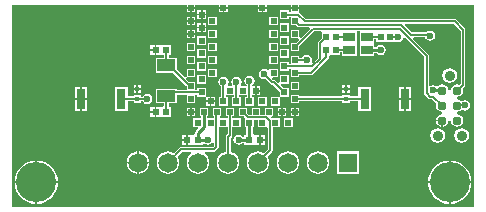
<source format=gtl>
G04*
G04 #@! TF.GenerationSoftware,Altium Limited,Altium Designer,21.6.4 (81)*
G04*
G04 Layer_Physical_Order=1*
G04 Layer_Color=255*
%FSLAX44Y44*%
%MOMM*%
G71*
G04*
G04 #@! TF.SameCoordinates,A75552D8-FC29-4B95-B53C-3B512D9A6700*
G04*
G04*
G04 #@! TF.FilePolarity,Positive*
G04*
G01*
G75*
%ADD10C,0.2540*%
%ADD11C,0.1270*%
%ADD14R,0.4900X0.4900*%
%ADD16R,0.6200X0.6200*%
%ADD17R,1.0000X0.8000*%
%ADD18R,1.5500X1.0000*%
%ADD19R,0.8000X1.7000*%
%ADD20R,0.5200X0.5500*%
%ADD21R,0.3500X0.3600*%
%ADD34C,0.7900*%
%ADD35C,0.1524*%
%ADD36C,0.1520*%
%ADD37C,0.9000*%
%ADD38C,3.4000*%
%ADD39C,1.6500*%
%ADD40R,1.6500X1.6500*%
%ADD41C,0.6000*%
G36*
X395922Y4078D02*
X4078Y4078D01*
X4078Y175000D01*
X152280D01*
Y173262D01*
X156000D01*
X159720D01*
Y175000D01*
X179780D01*
Y173262D01*
X183500D01*
X187220D01*
Y175000D01*
X212780D01*
Y173262D01*
X216500D01*
X220220D01*
Y175000D01*
X240280D01*
Y173262D01*
X244000D01*
X247720D01*
Y175000D01*
X395922D01*
X395922Y4078D01*
D02*
G37*
%LPC*%
G36*
X247720Y171738D02*
X244000D01*
X240280D01*
Y169070D01*
X238720D01*
Y170720D01*
X231280D01*
Y163280D01*
X238720D01*
Y164930D01*
X240280D01*
Y157780D01*
X244793D01*
X245786Y156786D01*
X246458Y156338D01*
X247250Y156180D01*
X256094D01*
X256580Y155007D01*
X248990Y147417D01*
X247720Y147943D01*
Y154220D01*
X240280D01*
Y146780D01*
X246557D01*
X247083Y145510D01*
X244793Y143220D01*
X240280D01*
Y135780D01*
X247720D01*
Y140293D01*
X260357Y152930D01*
X265762D01*
X266630Y152020D01*
X266630Y151660D01*
Y146877D01*
X264127Y144373D01*
X263706Y143743D01*
X263558Y143000D01*
Y130555D01*
X258971Y125968D01*
X257984Y126777D01*
X258022Y126834D01*
X258354Y128500D01*
X258022Y130166D01*
X257078Y131579D01*
X255666Y132522D01*
X254000Y132854D01*
X252334Y132522D01*
X250921Y131579D01*
X250247Y130570D01*
X247720D01*
Y132220D01*
X240280D01*
Y124942D01*
X238720D01*
Y126720D01*
X231280D01*
Y119280D01*
X238720D01*
Y121058D01*
X240280D01*
Y113780D01*
X247720D01*
Y115430D01*
X257250D01*
X258042Y115588D01*
X258713Y116036D01*
X271964Y129286D01*
X272412Y129958D01*
X272570Y130750D01*
Y132082D01*
X273468Y132980D01*
X274370Y132980D01*
X275640Y132980D01*
X282370D01*
Y134930D01*
X283730D01*
Y131730D01*
X296270D01*
Y141460D01*
X296270Y142270D01*
X296270Y143540D01*
Y152930D01*
X298730D01*
Y143540D01*
X298730Y142730D01*
X298730Y141460D01*
Y131730D01*
X311270D01*
Y134410D01*
X313095D01*
X313421Y133921D01*
X314834Y132978D01*
X316500Y132646D01*
X318166Y132978D01*
X319578Y133921D01*
X320522Y135334D01*
X320854Y137000D01*
X320522Y138666D01*
X319578Y140078D01*
X318166Y141022D01*
X316500Y141354D01*
X314834Y141022D01*
X313421Y140078D01*
X313307Y139907D01*
X311943Y139815D01*
X311270Y140488D01*
X311270Y142270D01*
X311270Y143540D01*
Y145930D01*
X312630D01*
Y143980D01*
X320370D01*
Y143980D01*
X320630D01*
Y143980D01*
X328370D01*
Y143980D01*
X328511Y144056D01*
X329635Y143968D01*
X331250Y143646D01*
X332916Y143978D01*
X334328Y144922D01*
X335272Y146334D01*
X335500Y147478D01*
X336806Y147967D01*
X353360Y131413D01*
Y100253D01*
X353518Y99461D01*
X353966Y98790D01*
X356790Y95966D01*
X357461Y95518D01*
X358254Y95360D01*
X360263D01*
X363634Y91989D01*
X363633Y91987D01*
X363228Y89950D01*
X363633Y87913D01*
X364787Y86187D01*
X366513Y85033D01*
X368550Y84628D01*
Y82572D01*
X366513Y82167D01*
X364787Y81013D01*
X363633Y79287D01*
X363379Y78012D01*
X368550D01*
Y77250D01*
X369312D01*
Y72079D01*
X370587Y72333D01*
X372313Y73487D01*
X373467Y75213D01*
X373872Y77250D01*
X375928D01*
X376333Y75213D01*
X377487Y73487D01*
X379213Y72333D01*
X381250Y71928D01*
X383287Y72333D01*
X385013Y73487D01*
X386167Y75213D01*
X386572Y77250D01*
X386167Y79287D01*
X385013Y81013D01*
X383287Y82167D01*
X381250Y82572D01*
Y84628D01*
X383287Y85033D01*
X385013Y86187D01*
X385983Y86379D01*
X386584Y85978D01*
X388250Y85646D01*
X389916Y85978D01*
X391329Y86922D01*
X392272Y88334D01*
X392604Y90000D01*
X392272Y91666D01*
X391329Y93078D01*
X389916Y94022D01*
X388250Y94354D01*
X386584Y94022D01*
X385868Y93544D01*
X385013Y93714D01*
X383287Y94867D01*
X381250Y95272D01*
Y97328D01*
X383287Y97733D01*
X385013Y98887D01*
X386167Y100613D01*
X386572Y102650D01*
X386167Y104687D01*
X386166Y104689D01*
X387714Y106236D01*
X388162Y106908D01*
X388320Y107700D01*
Y154250D01*
X388162Y155042D01*
X387714Y155714D01*
X380714Y162714D01*
X380042Y163162D01*
X379250Y163320D01*
X253357D01*
X248214Y168463D01*
X247720Y168793D01*
Y171738D01*
D02*
G37*
G36*
X220220Y171738D02*
X217262D01*
Y168780D01*
X220220D01*
Y171738D01*
D02*
G37*
G36*
X215738D02*
X212780D01*
Y168780D01*
X215738D01*
Y171738D01*
D02*
G37*
G36*
X187220Y171738D02*
X184262D01*
Y168780D01*
X187220D01*
Y171738D01*
D02*
G37*
G36*
X182738D02*
X179780D01*
Y168780D01*
X182738D01*
Y171738D01*
D02*
G37*
G36*
X159720Y171738D02*
X156762D01*
Y168780D01*
X159720D01*
Y171738D01*
D02*
G37*
G36*
X155238D02*
X152280D01*
Y168780D01*
X155238D01*
Y171738D01*
D02*
G37*
G36*
X168720Y170720D02*
X165762D01*
Y167762D01*
X168720D01*
Y170720D01*
D02*
G37*
G36*
X164238D02*
X161280D01*
Y167762D01*
X164238D01*
Y170720D01*
D02*
G37*
G36*
X168720Y166238D02*
X165762D01*
Y163280D01*
X168720D01*
Y166238D01*
D02*
G37*
G36*
X164238D02*
X161280D01*
Y163280D01*
X164238D01*
Y166238D01*
D02*
G37*
G36*
X159720Y165220D02*
X156762D01*
Y162262D01*
X159720D01*
Y165220D01*
D02*
G37*
G36*
X155238D02*
X152280D01*
Y162262D01*
X155238D01*
Y165220D01*
D02*
G37*
G36*
X229720D02*
X222280D01*
Y157780D01*
X229720D01*
Y165220D01*
D02*
G37*
G36*
X177720D02*
X170280D01*
Y157780D01*
X177720D01*
Y165220D01*
D02*
G37*
G36*
X159720Y160738D02*
X156762D01*
Y157780D01*
X159720D01*
Y160738D01*
D02*
G37*
G36*
X155238D02*
X152280D01*
Y157780D01*
X155238D01*
Y160738D01*
D02*
G37*
G36*
X168720Y159720D02*
X165762D01*
Y156762D01*
X168720D01*
Y159720D01*
D02*
G37*
G36*
X164238D02*
X161280D01*
Y156762D01*
X164238D01*
Y159720D01*
D02*
G37*
G36*
X238720D02*
X231280D01*
Y152280D01*
X238720D01*
Y159720D01*
D02*
G37*
G36*
X168720Y155238D02*
X165762D01*
Y152280D01*
X168720D01*
Y155238D01*
D02*
G37*
G36*
X164238D02*
X161280D01*
Y152280D01*
X164238D01*
Y155238D01*
D02*
G37*
G36*
X159720Y154220D02*
X156762D01*
Y151262D01*
X159720D01*
Y154220D01*
D02*
G37*
G36*
X155238D02*
X152280D01*
Y151262D01*
X155238D01*
Y154220D01*
D02*
G37*
G36*
X229720D02*
X222280D01*
Y146780D01*
X229720D01*
Y154220D01*
D02*
G37*
G36*
X177720D02*
X170280D01*
Y146780D01*
X177720D01*
Y154220D01*
D02*
G37*
G36*
X159720Y149738D02*
X156762D01*
Y146780D01*
X159720D01*
Y149738D01*
D02*
G37*
G36*
X155238D02*
X152280D01*
Y146780D01*
X155238D01*
Y149738D01*
D02*
G37*
G36*
X238720Y148720D02*
X231280D01*
Y141280D01*
X238720D01*
Y148720D01*
D02*
G37*
G36*
X168720D02*
X161280D01*
Y141280D01*
X168720D01*
Y148720D01*
D02*
G37*
G36*
X125238Y141370D02*
X121630D01*
Y137762D01*
X125238D01*
Y141370D01*
D02*
G37*
G36*
X229720Y143220D02*
X222280D01*
Y135780D01*
X229720D01*
Y143220D01*
D02*
G37*
G36*
X177720D02*
X170280D01*
Y135780D01*
X177720D01*
Y143220D01*
D02*
G37*
G36*
X159720D02*
X152280D01*
Y135780D01*
X159720D01*
Y143220D01*
D02*
G37*
G36*
X125238Y136238D02*
X121630D01*
Y132630D01*
X125238D01*
Y136238D01*
D02*
G37*
G36*
X238720Y137720D02*
X231280D01*
Y130280D01*
X238720D01*
Y137720D01*
D02*
G37*
G36*
X168720D02*
X161280D01*
Y130280D01*
X168720D01*
Y137720D01*
D02*
G37*
G36*
X229720Y132220D02*
X222280D01*
Y124780D01*
X229720D01*
Y132220D01*
D02*
G37*
G36*
X177720D02*
X170280D01*
Y124780D01*
X177720D01*
Y132220D01*
D02*
G37*
G36*
X159720D02*
X152280D01*
Y124780D01*
X159720D01*
Y132220D01*
D02*
G37*
G36*
X229720Y121220D02*
X222280D01*
Y120066D01*
X221387Y119704D01*
X221010Y119624D01*
X219666Y120522D01*
X218000Y120854D01*
X216334Y120522D01*
X214921Y119579D01*
X213978Y118166D01*
X213646Y116500D01*
X213978Y114834D01*
X214921Y113421D01*
X216334Y112478D01*
X218000Y112146D01*
X219190Y112383D01*
X223441Y108132D01*
X224113Y107683D01*
X224905Y107525D01*
X225548D01*
X231280Y101793D01*
Y98494D01*
X231280Y98464D01*
X231223Y97277D01*
X230035Y97220D01*
X230006Y97220D01*
X223780D01*
Y89780D01*
X231220D01*
Y96006D01*
X231220Y96035D01*
X231277Y97223D01*
X232465Y97280D01*
X232494Y97280D01*
X238720D01*
Y104720D01*
X234207D01*
X231917Y107010D01*
X232443Y108280D01*
X238720D01*
Y115720D01*
X231280D01*
Y109443D01*
X230010Y108917D01*
X227868Y111059D01*
X227197Y111507D01*
X226405Y111665D01*
X225762D01*
X224820Y112607D01*
X225306Y113780D01*
X229720D01*
Y121220D01*
D02*
G37*
G36*
X168720Y126720D02*
X161280D01*
Y119280D01*
X168720D01*
Y126720D01*
D02*
G37*
G36*
X177720Y121220D02*
X170280D01*
Y113780D01*
X177720D01*
Y121220D01*
D02*
G37*
G36*
X168720Y115720D02*
X161280D01*
Y108280D01*
X168720D01*
Y115720D01*
D02*
G37*
G36*
X205500Y115354D02*
X203834Y115022D01*
X202421Y114079D01*
X201478Y112666D01*
X201146Y111000D01*
X201478Y109334D01*
X202421Y107921D01*
X203067Y107490D01*
X202682Y106220D01*
X198637D01*
X197958Y107490D01*
X198522Y108334D01*
X198854Y110000D01*
X198522Y111666D01*
X197579Y113078D01*
X196166Y114022D01*
X194500Y114354D01*
X192834Y114022D01*
X191422Y113078D01*
X190478Y111666D01*
X190146Y110000D01*
X190478Y108334D01*
X191042Y107490D01*
X190363Y106220D01*
X187637D01*
X186958Y107490D01*
X187522Y108334D01*
X187854Y110000D01*
X187522Y111666D01*
X186579Y113078D01*
X185166Y114022D01*
X183500Y114354D01*
X181834Y114022D01*
X180422Y113078D01*
X179478Y111666D01*
X179146Y110000D01*
X179478Y108334D01*
X180422Y106922D01*
X181430Y106248D01*
Y97220D01*
X179780D01*
Y89780D01*
X187220D01*
Y97220D01*
X185570D01*
Y98780D01*
X192430D01*
Y97220D01*
X190780D01*
Y89780D01*
X198220D01*
Y97220D01*
X196570D01*
Y98780D01*
X203430D01*
Y97220D01*
X201780D01*
Y89780D01*
X209220D01*
Y97220D01*
X207570D01*
Y98780D01*
X210238D01*
Y102500D01*
Y106220D01*
X208318D01*
X207933Y107490D01*
X208578Y107921D01*
X209522Y109334D01*
X209854Y111000D01*
X209522Y112666D01*
X208578Y114079D01*
X207166Y115022D01*
X205500Y115354D01*
D02*
G37*
G36*
X113520Y107020D02*
X111262D01*
Y104712D01*
X113520D01*
Y107020D01*
D02*
G37*
G36*
X109738D02*
X107480D01*
Y104712D01*
X109738D01*
Y107020D01*
D02*
G37*
G36*
X290270D02*
X288012D01*
Y104712D01*
X290270D01*
Y107020D01*
D02*
G37*
G36*
X286488D02*
X284230D01*
Y104712D01*
X286488D01*
Y107020D01*
D02*
G37*
G36*
X214720Y106220D02*
X211762D01*
Y103262D01*
X214720D01*
Y106220D01*
D02*
G37*
G36*
X130630Y141370D02*
X129360Y141370D01*
X126762D01*
Y137000D01*
Y132630D01*
X129360D01*
X130370Y132630D01*
X131640Y132630D01*
X132928D01*
Y130270D01*
X125980D01*
Y117730D01*
X141090D01*
X152097Y106723D01*
X152097Y106723D01*
X152280Y106601D01*
Y103070D01*
X144020D01*
Y104270D01*
X125980D01*
Y91730D01*
X132930D01*
Y90018D01*
X132032Y89120D01*
X130630Y89120D01*
X129360Y89120D01*
X126762D01*
Y84750D01*
Y80380D01*
X129360D01*
X130370Y80380D01*
X131640Y80380D01*
X139370D01*
Y89120D01*
X137070D01*
Y91730D01*
X144020D01*
Y98930D01*
X152280D01*
Y91780D01*
X159720D01*
Y98930D01*
X161280D01*
Y97280D01*
X167506D01*
X167535Y97280D01*
X168723Y97223D01*
X168780Y96035D01*
X168780Y96006D01*
Y94262D01*
X171738D01*
Y97220D01*
X169994D01*
X169965Y97220D01*
X168777Y97277D01*
X168720Y98464D01*
X168720Y98494D01*
Y104720D01*
X161280D01*
Y103070D01*
X159720D01*
Y110220D01*
X154512D01*
X154447Y110233D01*
X152092Y112588D01*
X152696Y113780D01*
X153378Y113780D01*
X159720D01*
Y121220D01*
X152280D01*
Y114969D01*
X152280Y114196D01*
X151088Y113592D01*
X144020Y120660D01*
Y130270D01*
X137072D01*
Y132630D01*
X139370D01*
Y141370D01*
X130630Y141370D01*
D02*
G37*
G36*
X247720Y110220D02*
X240280D01*
Y102780D01*
X247720D01*
Y110220D01*
D02*
G37*
G36*
X290270Y103188D02*
X288012D01*
Y100880D01*
X290270D01*
Y103188D01*
D02*
G37*
G36*
X286488D02*
X284230D01*
Y100880D01*
X286488D01*
Y103188D01*
D02*
G37*
G36*
X113520Y103188D02*
X111262D01*
Y100880D01*
X113520D01*
Y103188D01*
D02*
G37*
G36*
X109738D02*
X107480D01*
Y100880D01*
X109738D01*
Y103188D01*
D02*
G37*
G36*
X214720Y101738D02*
X211762D01*
Y98780D01*
X214720D01*
Y101738D01*
D02*
G37*
G36*
X308270Y105270D02*
X297730D01*
Y97620D01*
X290270D01*
Y98620D01*
X284230D01*
Y97620D01*
X247720D01*
Y99220D01*
X240280D01*
Y91780D01*
X247720D01*
Y93480D01*
X284230D01*
Y92480D01*
X290270D01*
Y93480D01*
X297730D01*
Y85730D01*
X308270D01*
Y105270D01*
D02*
G37*
G36*
X342270D02*
X337762D01*
Y96262D01*
X342270D01*
Y105270D01*
D02*
G37*
G36*
X336238D02*
X331730D01*
Y96262D01*
X336238D01*
Y105270D01*
D02*
G37*
G36*
X68270D02*
X63762D01*
Y96262D01*
X68270D01*
Y105270D01*
D02*
G37*
G36*
X62238D02*
X57730D01*
Y96262D01*
X62238D01*
Y105270D01*
D02*
G37*
G36*
X173262Y97220D02*
Y94262D01*
X176220D01*
Y97220D01*
X173262D01*
D02*
G37*
G36*
X102270Y105270D02*
X91730D01*
Y85730D01*
X102270D01*
Y93480D01*
X107480D01*
Y92480D01*
X113520D01*
Y93430D01*
X115247D01*
X115921Y92422D01*
X117334Y91478D01*
X119000Y91146D01*
X120666Y91478D01*
X122079Y92422D01*
X123022Y93834D01*
X123354Y95500D01*
X123022Y97166D01*
X122079Y98579D01*
X120666Y99522D01*
X119000Y99854D01*
X117334Y99522D01*
X115921Y98579D01*
X115247Y97570D01*
X113520D01*
Y98620D01*
X107480D01*
Y97620D01*
X102270D01*
Y105270D01*
D02*
G37*
G36*
X220220Y97220D02*
X212780D01*
Y89780D01*
X220220D01*
Y97220D01*
D02*
G37*
G36*
X176220Y92738D02*
X173262D01*
Y89780D01*
X176220D01*
Y92738D01*
D02*
G37*
G36*
X171738D02*
X168780D01*
Y89780D01*
X171738D01*
Y92738D01*
D02*
G37*
G36*
X342270Y94738D02*
X337762D01*
Y85730D01*
X342270D01*
Y94738D01*
D02*
G37*
G36*
X336238D02*
X331730D01*
Y85730D01*
X336238D01*
Y94738D01*
D02*
G37*
G36*
X68270Y94738D02*
X63762D01*
Y85730D01*
X68270D01*
Y94738D01*
D02*
G37*
G36*
X62238D02*
X57730D01*
Y85730D01*
X62238D01*
Y94738D01*
D02*
G37*
G36*
X125238Y89120D02*
X121630D01*
Y85512D01*
X125238D01*
Y89120D01*
D02*
G37*
G36*
X247720Y88220D02*
X244762D01*
Y85262D01*
X247720D01*
Y88220D01*
D02*
G37*
G36*
X236720D02*
X233762D01*
Y85262D01*
X236720D01*
Y88220D01*
D02*
G37*
G36*
X243238D02*
X240280D01*
Y85262D01*
X243238D01*
Y88220D01*
D02*
G37*
G36*
X232238D02*
X229280D01*
Y85262D01*
X232238D01*
Y88220D01*
D02*
G37*
G36*
X159720D02*
X156762D01*
Y85262D01*
X159720D01*
Y88220D01*
D02*
G37*
G36*
X155238D02*
X152280D01*
Y85262D01*
X155238D01*
Y88220D01*
D02*
G37*
G36*
X225720D02*
X218280D01*
Y82090D01*
X214720D01*
Y88220D01*
X207280D01*
Y82090D01*
X205337D01*
X203720Y83707D01*
Y88220D01*
X196280D01*
Y80780D01*
X200793D01*
X201276Y80297D01*
X201780Y79220D01*
X201780D01*
X201780Y79220D01*
Y71780D01*
X202910D01*
Y65370D01*
X201130D01*
Y63590D01*
X199655D01*
X199328Y64078D01*
X197916Y65022D01*
X196250Y65354D01*
X194584Y65022D01*
X193172Y64078D01*
X192228Y62666D01*
X191896Y61000D01*
X192228Y59334D01*
X193172Y57922D01*
X194584Y56978D01*
X196250Y56646D01*
X197916Y56978D01*
X199328Y57922D01*
X199655Y58410D01*
X201130D01*
Y56630D01*
X208860D01*
X209870Y56630D01*
X211140Y56630D01*
X213738D01*
Y61000D01*
Y65370D01*
X211140D01*
X210130Y65370D01*
X208988Y65370D01*
X208090Y66268D01*
Y71780D01*
X209220D01*
Y77950D01*
X212780D01*
Y71780D01*
X220220D01*
X220950Y70813D01*
Y52877D01*
X217833Y49761D01*
X217501Y50016D01*
X215185Y50975D01*
X212700Y51302D01*
X210215Y50975D01*
X207899Y50016D01*
X205910Y48490D01*
X204384Y46501D01*
X203425Y44185D01*
X203098Y41700D01*
X203425Y39215D01*
X204384Y36899D01*
X205910Y34910D01*
X207899Y33384D01*
X210215Y32425D01*
X212700Y32098D01*
X215185Y32425D01*
X217501Y33384D01*
X219490Y34910D01*
X221016Y36899D01*
X221975Y39215D01*
X222302Y41700D01*
X221975Y44185D01*
X221016Y46501D01*
X220761Y46834D01*
X224484Y50556D01*
X224932Y51228D01*
X225090Y52020D01*
Y71780D01*
X231220D01*
Y79220D01*
X224306D01*
X224066Y79510D01*
X224665Y80780D01*
X225720D01*
Y88220D01*
D02*
G37*
G36*
X247720Y83738D02*
X244762D01*
Y80780D01*
X247720D01*
Y83738D01*
D02*
G37*
G36*
X243238D02*
X240280D01*
Y80780D01*
X243238D01*
Y83738D01*
D02*
G37*
G36*
X236720D02*
X233762D01*
Y80780D01*
X236720D01*
Y83738D01*
D02*
G37*
G36*
X232238D02*
X229280D01*
Y80780D01*
X232238D01*
Y83738D01*
D02*
G37*
G36*
X159720Y83738D02*
X156762D01*
Y80780D01*
X159720D01*
Y83738D01*
D02*
G37*
G36*
X155238D02*
X152280D01*
Y80780D01*
X155238D01*
Y83738D01*
D02*
G37*
G36*
X125238Y83988D02*
X121630D01*
Y80380D01*
X125238D01*
Y83988D01*
D02*
G37*
G36*
X192720Y88220D02*
X185280D01*
Y80780D01*
X186930D01*
Y79220D01*
X180975Y79220D01*
X180285Y80490D01*
X180472Y80780D01*
X181720D01*
Y88220D01*
X174280D01*
Y80780D01*
X175160D01*
Y79220D01*
X169590D01*
Y80780D01*
X170720D01*
Y88220D01*
X163280D01*
Y80780D01*
X164410D01*
Y79220D01*
X157780D01*
Y71780D01*
X161708D01*
X162194Y70607D01*
X159919Y68331D01*
X159357Y67491D01*
X159160Y66500D01*
Y66268D01*
X158262Y65370D01*
X157380D01*
X156110Y65370D01*
X153512D01*
Y61000D01*
Y56630D01*
X156110D01*
X157120Y56630D01*
X158390Y56630D01*
X166120D01*
Y57583D01*
X167390Y57969D01*
X167421Y57922D01*
X168834Y56978D01*
X170500Y56646D01*
X172166Y56978D01*
X173578Y57922D01*
X173890Y58388D01*
X175160Y58003D01*
Y55837D01*
X174393Y55070D01*
X147800D01*
X147008Y54912D01*
X146336Y54464D01*
X141634Y49761D01*
X141301Y50016D01*
X138985Y50975D01*
X136500Y51302D01*
X134015Y50975D01*
X131699Y50016D01*
X129710Y48490D01*
X128184Y46501D01*
X127225Y44185D01*
X126898Y41700D01*
X127225Y39215D01*
X128184Y36899D01*
X129710Y34910D01*
X131699Y33384D01*
X134015Y32425D01*
X136500Y32098D01*
X138985Y32425D01*
X141301Y33384D01*
X143290Y34910D01*
X144816Y36899D01*
X145775Y39215D01*
X146102Y41700D01*
X145775Y44185D01*
X144816Y46501D01*
X144561Y46834D01*
X148657Y50930D01*
X156205D01*
X156636Y49660D01*
X155110Y48490D01*
X153584Y46501D01*
X152625Y44185D01*
X152298Y41700D01*
X152625Y39215D01*
X153584Y36899D01*
X155110Y34910D01*
X157099Y33384D01*
X159415Y32425D01*
X161900Y32098D01*
X164385Y32425D01*
X166701Y33384D01*
X168690Y34910D01*
X170216Y36899D01*
X171175Y39215D01*
X171502Y41700D01*
X171175Y44185D01*
X170216Y46501D01*
X168690Y48490D01*
X167164Y49660D01*
X167596Y50930D01*
X175250D01*
X176042Y51088D01*
X176714Y51536D01*
X178694Y53517D01*
X179142Y54188D01*
X179300Y54980D01*
Y70709D01*
X179780Y71780D01*
X180570Y71780D01*
X186930D01*
Y65857D01*
X186036Y64964D01*
X185588Y64292D01*
X185430Y63500D01*
Y51056D01*
X184815Y50975D01*
X182499Y50016D01*
X180510Y48490D01*
X178984Y46501D01*
X178025Y44185D01*
X177698Y41700D01*
X178025Y39215D01*
X178984Y36899D01*
X180510Y34910D01*
X182499Y33384D01*
X184815Y32425D01*
X187300Y32098D01*
X189785Y32425D01*
X192101Y33384D01*
X194090Y34910D01*
X195616Y36899D01*
X196575Y39215D01*
X196902Y41700D01*
X196575Y44185D01*
X195616Y46501D01*
X194090Y48490D01*
X192101Y50016D01*
X189785Y50975D01*
X189570Y51003D01*
Y62643D01*
X190464Y63537D01*
X190912Y64208D01*
X191070Y65000D01*
Y71780D01*
X198220D01*
Y79220D01*
X191070D01*
Y80780D01*
X192720D01*
Y88220D01*
D02*
G37*
G36*
X367788Y76488D02*
X363379D01*
X363633Y75213D01*
X364787Y73487D01*
X366513Y72333D01*
X367788Y72079D01*
Y76488D01*
D02*
G37*
G36*
X242220Y79220D02*
X234780D01*
Y71780D01*
X242220D01*
Y79220D01*
D02*
G37*
G36*
X215262Y65370D02*
Y61762D01*
X218870D01*
Y65370D01*
X215262D01*
D02*
G37*
G36*
X151988D02*
X148380D01*
Y61762D01*
X151988D01*
Y65370D01*
D02*
G37*
G36*
X385060Y70917D02*
X382623Y70433D01*
X380558Y69052D01*
X379177Y66987D01*
X378693Y64550D01*
X379177Y62113D01*
X380558Y60048D01*
X382623Y58667D01*
X385060Y58183D01*
X387497Y58667D01*
X389562Y60048D01*
X390943Y62113D01*
X391427Y64550D01*
X390943Y66987D01*
X389562Y69052D01*
X387497Y70433D01*
X385060Y70917D01*
D02*
G37*
G36*
X364740D02*
X362303Y70433D01*
X360238Y69052D01*
X358857Y66987D01*
X358373Y64550D01*
X358857Y62113D01*
X360238Y60048D01*
X362303Y58667D01*
X364740Y58183D01*
X367177Y58667D01*
X369242Y60048D01*
X370623Y62113D01*
X371107Y64550D01*
X370623Y66987D01*
X369242Y69052D01*
X367177Y70433D01*
X364740Y70917D01*
D02*
G37*
G36*
X218870Y60238D02*
X215262D01*
Y56630D01*
X218870D01*
Y60238D01*
D02*
G37*
G36*
X151988D02*
X148380D01*
Y56630D01*
X151988D01*
Y60238D01*
D02*
G37*
G36*
X111862Y51202D02*
Y42462D01*
X120602D01*
X120375Y44185D01*
X119416Y46501D01*
X117890Y48490D01*
X115901Y50016D01*
X113585Y50975D01*
X111862Y51202D01*
D02*
G37*
G36*
X110338D02*
X108615Y50975D01*
X106299Y50016D01*
X104310Y48490D01*
X102784Y46501D01*
X101825Y44185D01*
X101598Y42462D01*
X110338D01*
Y51202D01*
D02*
G37*
G36*
X120602Y40938D02*
X111862D01*
Y32198D01*
X113585Y32425D01*
X115901Y33384D01*
X117890Y34910D01*
X119416Y36899D01*
X120375Y39215D01*
X120602Y40938D01*
D02*
G37*
G36*
X110338D02*
X101598D01*
X101825Y39215D01*
X102784Y36899D01*
X104310Y34910D01*
X106299Y33384D01*
X108615Y32425D01*
X110338Y32198D01*
Y40938D01*
D02*
G37*
G36*
X298420Y51220D02*
X279380D01*
Y32180D01*
X298420D01*
Y51220D01*
D02*
G37*
G36*
X263500Y51302D02*
X261015Y50975D01*
X258699Y50016D01*
X256710Y48490D01*
X255184Y46501D01*
X254225Y44185D01*
X253898Y41700D01*
X254225Y39215D01*
X255184Y36899D01*
X256710Y34910D01*
X258699Y33384D01*
X261015Y32425D01*
X263500Y32098D01*
X265985Y32425D01*
X268301Y33384D01*
X270290Y34910D01*
X271816Y36899D01*
X272775Y39215D01*
X273102Y41700D01*
X272775Y44185D01*
X271816Y46501D01*
X270290Y48490D01*
X268301Y50016D01*
X265985Y50975D01*
X263500Y51302D01*
D02*
G37*
G36*
X238100D02*
X235615Y50975D01*
X233299Y50016D01*
X231310Y48490D01*
X229784Y46501D01*
X228825Y44185D01*
X228498Y41700D01*
X228825Y39215D01*
X229784Y36899D01*
X231310Y34910D01*
X233299Y33384D01*
X235615Y32425D01*
X238100Y32098D01*
X240585Y32425D01*
X242901Y33384D01*
X244890Y34910D01*
X246416Y36899D01*
X247375Y39215D01*
X247702Y41700D01*
X247375Y44185D01*
X246416Y46501D01*
X244890Y48490D01*
X242901Y50016D01*
X240585Y50975D01*
X238100Y51302D01*
D02*
G37*
G36*
X375762Y43283D02*
Y25762D01*
X393283D01*
X393006Y28582D01*
X391961Y32025D01*
X390264Y35199D01*
X387981Y37981D01*
X385199Y40264D01*
X382025Y41961D01*
X378582Y43006D01*
X375762Y43283D01*
D02*
G37*
G36*
X374238D02*
X371418Y43006D01*
X367975Y41961D01*
X364801Y40264D01*
X362019Y37981D01*
X359736Y35199D01*
X358039Y32025D01*
X356994Y28582D01*
X356717Y25762D01*
X374238D01*
Y43283D01*
D02*
G37*
G36*
X25762D02*
Y25762D01*
X43283D01*
X43006Y28582D01*
X41961Y32025D01*
X40264Y35199D01*
X37981Y37981D01*
X35199Y40264D01*
X32025Y41961D01*
X28582Y43006D01*
X25762Y43283D01*
D02*
G37*
G36*
X24238D02*
X21418Y43006D01*
X17975Y41961D01*
X14801Y40264D01*
X12019Y37981D01*
X9736Y35199D01*
X8039Y32025D01*
X6994Y28582D01*
X6717Y25762D01*
X24238D01*
Y43283D01*
D02*
G37*
G36*
X393283Y24238D02*
X375762D01*
Y6717D01*
X378582Y6994D01*
X382025Y8039D01*
X385199Y9736D01*
X387981Y12019D01*
X390264Y14801D01*
X391961Y17975D01*
X393006Y21418D01*
X393283Y24238D01*
D02*
G37*
G36*
X374238D02*
X356717D01*
X356994Y21418D01*
X358039Y17975D01*
X359736Y14801D01*
X362019Y12019D01*
X364801Y9736D01*
X367975Y8039D01*
X371418Y6994D01*
X374238Y6717D01*
Y24238D01*
D02*
G37*
G36*
X43283D02*
X25762D01*
Y6717D01*
X28582Y6994D01*
X32025Y8039D01*
X35199Y9736D01*
X37981Y12019D01*
X40264Y14801D01*
X41961Y17975D01*
X43006Y21418D01*
X43283Y24238D01*
D02*
G37*
G36*
X24238D02*
X6717D01*
X6994Y21418D01*
X8039Y17975D01*
X9736Y14801D01*
X12019Y12019D01*
X14801Y9736D01*
X17975Y8039D01*
X21418Y6994D01*
X24238Y6717D01*
Y24238D01*
D02*
G37*
%LPD*%
G36*
X384180Y153393D02*
Y108557D01*
X383206Y107583D01*
X381250Y107972D01*
X379213Y107567D01*
X377487Y106413D01*
X376333Y104687D01*
X375948Y102750D01*
X373852D01*
X373467Y104687D01*
X372313Y106413D01*
X370587Y107567D01*
X368550Y107972D01*
X366513Y107567D01*
X364787Y106413D01*
X364766Y106382D01*
X364551Y106283D01*
X363101Y106177D01*
X362184Y106790D01*
X360518Y107121D01*
X358852Y106790D01*
X358620Y106635D01*
X357500Y107234D01*
Y132271D01*
X357342Y133063D01*
X356894Y133734D01*
X344121Y146507D01*
X344607Y147680D01*
X354356D01*
X354407Y147420D01*
X355351Y146008D01*
X356764Y145064D01*
X358430Y144733D01*
X360096Y145064D01*
X361508Y146008D01*
X362452Y147420D01*
X362783Y149086D01*
X362452Y150752D01*
X361508Y152165D01*
X360096Y153108D01*
X358430Y153440D01*
X356764Y153108D01*
X355351Y152165D01*
X355121Y151820D01*
X343107D01*
X336920Y158007D01*
X337406Y159180D01*
X378393D01*
X384180Y153393D01*
D02*
G37*
%LPC*%
G36*
X374900Y121717D02*
X372463Y121233D01*
X370398Y119852D01*
X369017Y117787D01*
X368533Y115350D01*
X369017Y112913D01*
X370398Y110848D01*
X372463Y109467D01*
X374900Y108983D01*
X377337Y109467D01*
X379402Y110848D01*
X380783Y112913D01*
X381267Y115350D01*
X380783Y117787D01*
X379402Y119852D01*
X377337Y121233D01*
X374900Y121717D01*
D02*
G37*
%LPD*%
D10*
X161750Y61000D02*
X170500D01*
X167000Y71750D02*
Y84500D01*
X161750Y66500D02*
X167000Y71750D01*
X161750Y61000D02*
Y66500D01*
X196250Y61000D02*
X205500D01*
X205500Y61000D02*
X205500Y61000D01*
X205500Y61000D02*
Y75500D01*
X167000Y84500D02*
X167250Y84250D01*
X305000Y137000D02*
X316500D01*
X360535Y102785D02*
X368415D01*
X360518Y102768D02*
X360535Y102785D01*
X368415D02*
X368550Y102650D01*
D11*
X270500Y147850D02*
Y148000D01*
X268535Y145885D02*
X270500Y147850D01*
X268385Y145885D02*
X268535D01*
X265500Y143000D02*
X268385Y145885D01*
X265500Y129750D02*
Y143000D01*
X258750Y123000D02*
X265500Y129750D01*
X235000Y123000D02*
X258750D01*
D14*
X235000Y167000D02*
D03*
Y156000D02*
D03*
Y145000D02*
D03*
Y134000D02*
D03*
Y123000D02*
D03*
Y112000D02*
D03*
Y101000D02*
D03*
X244000Y172500D02*
D03*
Y161500D02*
D03*
Y150500D02*
D03*
Y139500D02*
D03*
Y128500D02*
D03*
Y117500D02*
D03*
Y106500D02*
D03*
Y95500D02*
D03*
X227500Y93500D02*
D03*
X216500D02*
D03*
X205500D02*
D03*
X194500D02*
D03*
X183500D02*
D03*
X172500D02*
D03*
X244000Y84500D02*
D03*
X233000D02*
D03*
X222000D02*
D03*
X211000D02*
D03*
X200000D02*
D03*
X189000D02*
D03*
X178000D02*
D03*
X167000D02*
D03*
X156000D02*
D03*
Y172500D02*
D03*
X165000Y167000D02*
D03*
X156000Y161500D02*
D03*
Y150500D02*
D03*
Y139500D02*
D03*
Y128500D02*
D03*
Y117500D02*
D03*
Y106500D02*
D03*
Y95500D02*
D03*
X165000Y156000D02*
D03*
Y145000D02*
D03*
Y134000D02*
D03*
Y123000D02*
D03*
Y112000D02*
D03*
Y101000D02*
D03*
X216500Y172500D02*
D03*
X183500D02*
D03*
X174000Y161500D02*
D03*
Y150500D02*
D03*
Y139500D02*
D03*
Y128500D02*
D03*
Y117500D02*
D03*
X189000Y102500D02*
D03*
X200000D02*
D03*
X211000D02*
D03*
X226000Y117500D02*
D03*
Y128500D02*
D03*
Y139500D02*
D03*
Y150500D02*
D03*
Y161500D02*
D03*
X161500Y75500D02*
D03*
X172500D02*
D03*
X183500D02*
D03*
X194500D02*
D03*
X205500D02*
D03*
X216500D02*
D03*
X227500D02*
D03*
X238500D02*
D03*
D16*
X214500Y61000D02*
D03*
X205500D02*
D03*
X152750D02*
D03*
X161750D02*
D03*
X126000Y84750D02*
D03*
X135000D02*
D03*
X126000Y137000D02*
D03*
X135000D02*
D03*
D17*
X305000Y148000D02*
D03*
X290000D02*
D03*
Y137000D02*
D03*
X305000D02*
D03*
D18*
X135000Y98000D02*
D03*
Y124000D02*
D03*
D19*
X303000Y95500D02*
D03*
X337000D02*
D03*
X97000D02*
D03*
X63000D02*
D03*
D20*
X278500Y148000D02*
D03*
X270500D02*
D03*
X278500Y137000D02*
D03*
X270500D02*
D03*
X316500Y148000D02*
D03*
X324500D02*
D03*
D21*
X287250Y103950D02*
D03*
Y95550D02*
D03*
X110500Y103950D02*
D03*
Y95550D02*
D03*
D34*
X381250Y77250D02*
D03*
X368550D02*
D03*
X381250Y89950D02*
D03*
X368550D02*
D03*
X381250Y102650D02*
D03*
X368550D02*
D03*
D35*
X135000Y124000D02*
X137750D01*
X153562Y108188D01*
X154312D01*
X156000Y106500D01*
X135000Y124000D02*
Y137000D01*
D36*
Y98000D02*
X138000Y101000D01*
X165000D01*
X135000Y84750D02*
Y98000D01*
X147800Y53000D02*
X175250D01*
X177230Y54980D01*
Y83730D01*
X223020Y52020D02*
Y76751D01*
X219751Y80020D02*
X223020Y76751D01*
X212700Y41700D02*
X223020Y52020D01*
X204480Y80020D02*
X219751D01*
X200000Y84500D02*
X204480Y80020D01*
X136500Y41700D02*
X147800Y53000D01*
X187500Y41900D02*
Y63500D01*
X189000Y65000D01*
X187300Y41700D02*
X187500Y41900D01*
X270500Y130750D02*
Y137000D01*
X257250Y117500D02*
X270500Y130750D01*
X244000Y117500D02*
X257250D01*
X324500Y148000D02*
X331250D01*
X332701Y155000D02*
X355430Y132271D01*
X333750Y158250D02*
X342250Y149750D01*
X259500Y155000D02*
X332701D01*
X247250Y158250D02*
X333750D01*
X244000Y128500D02*
X254000D01*
X278500Y137000D02*
X290000D01*
X278500Y148000D02*
X290000D01*
X290000Y148000D01*
X305000D02*
X316500D01*
X316500Y148000D01*
X379250Y161250D02*
X386250Y154250D01*
X381250Y102700D02*
X386250Y107700D01*
Y154250D01*
X235000Y167000D02*
X246750D01*
X252500Y161250D02*
X379250D01*
X246750Y167000D02*
X252500Y161250D01*
X355430Y100253D02*
Y132271D01*
X361120Y97430D02*
X368550Y90000D01*
X358254Y97430D02*
X361120D01*
X355430Y100253D02*
X358254Y97430D01*
X381250Y89950D02*
X381275Y89975D01*
X388225D01*
X388250Y90000D01*
X244050Y95550D02*
X287250D01*
X244000Y95500D02*
X244050Y95550D01*
X302950D02*
X303000Y95500D01*
X287250Y95550D02*
X302950D01*
X110550Y95500D02*
X119000D01*
X110500Y95550D02*
X110550Y95500D01*
X183500Y93500D02*
Y110000D01*
X226405Y109595D02*
X235000Y101000D01*
X224905Y109595D02*
X226405D01*
X218000Y116500D02*
X224905Y109595D01*
X97050Y95550D02*
X110500D01*
X97000Y95500D02*
X97050Y95550D01*
X177230Y83730D02*
X178000Y84500D01*
X189000Y65000D02*
Y84500D01*
X194500Y110000D02*
X194500Y110000D01*
Y93500D02*
Y110000D01*
X205500Y93500D02*
Y111000D01*
X342250Y149750D02*
X357766D01*
X358430Y149086D01*
X244000Y161500D02*
X247250Y158250D01*
X244000Y139500D02*
X259500Y155000D01*
D37*
X364740Y64550D02*
D03*
X385060D02*
D03*
X374900Y115350D02*
D03*
D38*
X375000Y25000D02*
D03*
X25000D02*
D03*
D39*
X161900Y41700D02*
D03*
X187300D02*
D03*
X212700D02*
D03*
X263500D02*
D03*
X238100D02*
D03*
X136500D02*
D03*
X111100D02*
D03*
D40*
X288900D02*
D03*
D41*
X140000Y66500D02*
D03*
X125000D02*
D03*
X380000Y171500D02*
D03*
Y141500D02*
D03*
Y51500D02*
D03*
X365000Y126500D02*
D03*
Y111500D02*
D03*
Y51500D02*
D03*
X350000Y126500D02*
D03*
Y111500D02*
D03*
Y96500D02*
D03*
Y81500D02*
D03*
Y66500D02*
D03*
Y51500D02*
D03*
Y36500D02*
D03*
X335000Y126500D02*
D03*
Y111500D02*
D03*
Y81500D02*
D03*
Y66500D02*
D03*
Y51500D02*
D03*
Y36500D02*
D03*
Y21500D02*
D03*
X320000Y111500D02*
D03*
Y96500D02*
D03*
Y81500D02*
D03*
Y66500D02*
D03*
Y51500D02*
D03*
Y36500D02*
D03*
Y21500D02*
D03*
X305000Y126500D02*
D03*
Y111500D02*
D03*
Y81500D02*
D03*
Y66500D02*
D03*
Y51500D02*
D03*
Y36500D02*
D03*
Y21500D02*
D03*
X290000Y126500D02*
D03*
Y111500D02*
D03*
Y81500D02*
D03*
Y66500D02*
D03*
Y21500D02*
D03*
X275000Y126500D02*
D03*
Y111500D02*
D03*
Y81500D02*
D03*
Y66500D02*
D03*
Y51500D02*
D03*
Y36500D02*
D03*
Y21500D02*
D03*
X260000Y171500D02*
D03*
Y111500D02*
D03*
Y81500D02*
D03*
Y66500D02*
D03*
Y21500D02*
D03*
X245000D02*
D03*
X230000Y51500D02*
D03*
Y21500D02*
D03*
X215000Y156500D02*
D03*
Y141500D02*
D03*
Y126500D02*
D03*
Y21500D02*
D03*
X200000Y171500D02*
D03*
Y156500D02*
D03*
Y141500D02*
D03*
Y126500D02*
D03*
Y36500D02*
D03*
Y21500D02*
D03*
X185000Y156500D02*
D03*
Y141500D02*
D03*
Y126500D02*
D03*
Y21500D02*
D03*
X170000D02*
D03*
X155000D02*
D03*
X140000Y171500D02*
D03*
Y156500D02*
D03*
Y21500D02*
D03*
X125000Y171500D02*
D03*
Y156500D02*
D03*
Y51500D02*
D03*
Y36500D02*
D03*
Y21500D02*
D03*
X110000Y171500D02*
D03*
Y156500D02*
D03*
Y141500D02*
D03*
Y126500D02*
D03*
Y111500D02*
D03*
Y81500D02*
D03*
Y66500D02*
D03*
Y21500D02*
D03*
X95000Y171500D02*
D03*
Y156500D02*
D03*
Y141500D02*
D03*
Y126500D02*
D03*
Y111500D02*
D03*
Y81500D02*
D03*
Y66500D02*
D03*
Y51500D02*
D03*
Y36500D02*
D03*
Y21500D02*
D03*
X80000Y171500D02*
D03*
Y156500D02*
D03*
Y141500D02*
D03*
Y126500D02*
D03*
Y111500D02*
D03*
Y96500D02*
D03*
Y81500D02*
D03*
Y66500D02*
D03*
Y51500D02*
D03*
Y36500D02*
D03*
Y21500D02*
D03*
X65000Y171500D02*
D03*
Y156500D02*
D03*
Y141500D02*
D03*
Y126500D02*
D03*
Y111500D02*
D03*
Y81500D02*
D03*
Y66500D02*
D03*
Y51500D02*
D03*
Y36500D02*
D03*
Y21500D02*
D03*
X50000Y171500D02*
D03*
Y156500D02*
D03*
Y141500D02*
D03*
Y126500D02*
D03*
Y111500D02*
D03*
Y96500D02*
D03*
Y81500D02*
D03*
Y66500D02*
D03*
Y51500D02*
D03*
Y36500D02*
D03*
X35000Y171500D02*
D03*
Y156500D02*
D03*
Y141500D02*
D03*
Y126500D02*
D03*
Y111500D02*
D03*
Y96500D02*
D03*
Y81500D02*
D03*
Y66500D02*
D03*
Y51500D02*
D03*
X20000Y171500D02*
D03*
Y156500D02*
D03*
Y141500D02*
D03*
Y126500D02*
D03*
Y111500D02*
D03*
Y96500D02*
D03*
Y81500D02*
D03*
Y66500D02*
D03*
Y51500D02*
D03*
X170500Y61000D02*
D03*
X196250D02*
D03*
X182470Y55156D02*
D03*
X331250Y148000D02*
D03*
X254000Y128500D02*
D03*
X350000Y155000D02*
D03*
X355000Y141500D02*
D03*
X365000Y155000D02*
D03*
X50000Y21500D02*
D03*
X350000D02*
D03*
X135250Y111250D02*
D03*
X7500Y66500D02*
D03*
Y171500D02*
D03*
Y156500D02*
D03*
Y141500D02*
D03*
Y126500D02*
D03*
Y111500D02*
D03*
Y96500D02*
D03*
Y81500D02*
D03*
Y51500D02*
D03*
X392500D02*
D03*
Y81500D02*
D03*
Y96500D02*
D03*
Y111500D02*
D03*
Y126500D02*
D03*
Y141500D02*
D03*
Y156500D02*
D03*
Y171500D02*
D03*
X350000D02*
D03*
X275000D02*
D03*
X290000D02*
D03*
X320000D02*
D03*
X335000D02*
D03*
X251000D02*
D03*
X365000D02*
D03*
X305000D02*
D03*
X148500Y150500D02*
D03*
X247000Y76750D02*
D03*
X251250Y84500D02*
D03*
X235750Y92750D02*
D03*
X172500Y100500D02*
D03*
X164250Y92750D02*
D03*
X149000Y84500D02*
D03*
X350000Y7500D02*
D03*
X335000D02*
D03*
X320000D02*
D03*
X305000D02*
D03*
X290000D02*
D03*
X275000D02*
D03*
X260000D02*
D03*
X245000D02*
D03*
X230000D02*
D03*
X170000D02*
D03*
X155000D02*
D03*
X140000D02*
D03*
X125000D02*
D03*
X110000D02*
D03*
X95000D02*
D03*
X80000D02*
D03*
X65000D02*
D03*
X50000D02*
D03*
X360518Y102768D02*
D03*
X316500Y137000D02*
D03*
X148739Y171457D02*
D03*
X256500Y144250D02*
D03*
X223250Y171500D02*
D03*
X209750D02*
D03*
X190239Y171457D02*
D03*
X148500Y161500D02*
D03*
X176750Y171500D02*
D03*
X388250Y90000D02*
D03*
X119000Y95500D02*
D03*
X183500Y110000D02*
D03*
X218000Y116500D02*
D03*
X194500Y110000D02*
D03*
X205500Y111000D02*
D03*
X358430Y149086D02*
D03*
M02*

</source>
